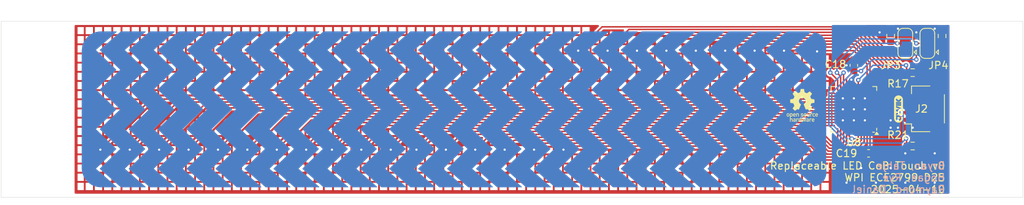
<source format=kicad_pcb>
(kicad_pcb (version 20241229) (generator "pcbnew") (generator_version "9.0")
  (title_block (title "Replaceable LED CoB Touch") (date "2025-04-10") (rev "0") (company "WPI ECE2799 D25") (comment 1 "Bryan, Tahje") (comment 2 "Hogan, Rye") (comment 3 "Raymond, Daniel"))
  (layers (0 "F.Cu" signal) (2 "B.Cu" signal) (13 "F.Paste" user) (15 "B.Paste" user) (5 "F.SilkS" user "F.Silkscreen") (7 "B.SilkS" user "B.Silkscreen") (1 "F.Mask" user) (3 "B.Mask" user) (25 "Edge.Cuts" user))
  (net 0 "")
  (net 1 "Net-(U8-(INT)P0[1])")
  (net 2 "/Capacitive_Touch_Sensor/SCL")
  (net 3 "Net-(U8-(PR{slash}SCL)P1[1])")
  (net 4 "/Capacitive_Touch_Sensor/SDA")
  (net 5 "Net-(U8-(PR{slash}SDA)P1[0])")
  (net 6 "/Capacitive_Touch_Sensor/ADDR0")
  (net 7 "/Capacitive_Touch_Sensor/ADDR1")
  (net 19 "/Capacitive_Touch_Sensor/SENSE17")
  (net 20 "/Capacitive_Touch_Sensor/SENSE18")
  (net 21 "/Capacitive_Touch_Sensor/SENSE1")
  (net 22 "/Capacitive_Touch_Sensor/SENSE22")
  (net 23 "/Capacitive_Touch_Sensor/SENSE26")
  (net 24 "/Capacitive_Touch_Sensor/SENSE10")
  (net 25 "/Capacitive_Touch_Sensor/SENSE8")
  (net 26 "/Capacitive_Touch_Sensor/SENSE14")
  (net 27 "/Capacitive_Touch_Sensor/SENSE21")
  (net 28 "/Capacitive_Touch_Sensor/SENSE23")
  (net 29 "/Capacitive_Touch_Sensor/SENSE3")
  (net 30 "/Capacitive_Touch_Sensor/SENSE20")
  (net 31 "/Capacitive_Touch_Sensor/SENSE24")
  (net 32 "/Capacitive_Touch_Sensor/SENSE15")
  (net 33 "/Capacitive_Touch_Sensor/SENSE12")
  (net 34 "/Capacitive_Touch_Sensor/SENSE13")
  (net 35 "/Capacitive_Touch_Sensor/SENSE16")
  (net 36 "/Capacitive_Touch_Sensor/SENSE7")
  (net 37 "/Capacitive_Touch_Sensor/SENSE4")
  (net 38 "/Capacitive_Touch_Sensor/SENSE9")
  (net 39 "/Capacitive_Touch_Sensor/SENSE5")
  (net 40 "/Capacitive_Touch_Sensor/SENSE19")
  (net 41 "/Capacitive_Touch_Sensor/SENSE11")
  (net 42 "/Capacitive_Touch_Sensor/SENSE6")
  (net 43 "/Capacitive_Touch_Sensor/SENSE2")
  (net 44 "/Capacitive_Touch_Sensor/SENSE25")
  (net 45 "VCC")
  (net 46 "GND1")
  (footprint "MountingHole:MountingHole_3.2mm_M3" (layer "F.Cu") (at 99 151)
    (property "Reference" "H4" (hide yes))
    (property "Value" "MountingHole")
  )
  (footprint "Package_DFN_QFN:QFN-48-1EP_6x6mm_P0.4mm_EP4.6x4.6mm" (layer "F.Cu") (at 210 143 180)
    (property "Reference" "U8")
    (property "Value" "CY8C20666A-24LQXI")
  )
  (footprint "Resistor_SMD:R_0603_1608Metric" (layer "F.Cu") (at 215 133 90)
    (property "Reference" "R22" (hide yes))
    (property "Value" "47k")
  )
  (footprint "TRILL:OpenSourceHardware_Logo" (layer "F.Cu") (at 203 143)
    (property "Reference" "G5" (hide yes))
    (property "Value" "OpenSourceHardware_Logo")
  )
  (footprint "MountingHole:MountingHole_3.2mm_M3" (layer "F.Cu") (at 228 135)
    (property "Reference" "H5" (hide yes))
    (property "Value" "MountingHole")
  )
  (footprint "TRILL:TRILL_BAR_CapSense" (layer "F.Cu") (at 156 139)
    (property "Reference" "CS1" (hide yes))
    (property "Value" "TRILL_BAR-26_CapSense")
  )
  (footprint "MountingHole:MountingHole_3.2mm_M3" (layer "F.Cu") (at 99 135)
    (property "Reference" "H3" (hide yes))
    (property "Value" "MountingHole")
  )
  (footprint "Jumper:SolderJumper-3_P1.3mm_Open_RoundedPad1.0x1.5mm" (layer "F.Cu") (at 220 134 90)
    (property "Reference" "JP4")
    (property "Value" "Jumper_3_Open")
  )
  (footprint "Resistor_SMD:R_0603_1608Metric" (layer "F.Cu") (at 218 148)
    (property "Reference" "R21")
    (property "Value" "100")
  )
  (footprint "Resistor_SMD:R_0603_1608Metric" (layer "F.Cu") (at 218 138)
    (property "Reference" "R17")
    (property "Value" "100")
  )
  (footprint "Capacitor_SMD:C_0603_1608Metric" (layer "F.Cu") (at 212 149 180)
    (property "Reference" "C19")
    (property "Value" "2.2n")
  )
  (footprint "Resistor_SMD:R_0603_1608Metric" (layer "F.Cu") (at 222 133 90)
    (property "Reference" "R24" (hide yes))
    (property "Value" "47k")
  )
  (footprint "Jumper:SolderJumper-3_P1.3mm_Open_RoundedPad1.0x1.5mm" (layer "F.Cu") (at 217 134 90)
    (property "Reference" "JP3")
    (property "Value" "Jumper_3_Open")
  )
  (footprint "MountingHole:MountingHole_3.2mm_M3" (layer "F.Cu") (at 228 151)
    (property "Reference" "H6" (hide yes))
    (property "Value" "MountingHole")
  )
  (footprint "TRILL:qwiic_horizontal_SMD" (layer "F.Cu") (at 220 143 90)
    (property "Reference" "J2")
    (property "Value" "Conn_01x04_MountingPin")
  )
  (footprint "Capacitor_SMD:C_0603_1608Metric" (layer "F.Cu") (at 210 137 -90)
    (property "Reference" "C18")
    (property "Value" "0.1u")
  )
  (gr_line (start 94 131) (end 233 131) (stroke (width 0.05)) (layer "Edge.Cuts"))
  (gr_line (start 94 131) (end 94 155) (stroke (width 0.05)) (layer "Edge.Cuts"))
  (gr_line (start 233 155) (end 233 131) (stroke (width 0.05)) (layer "Edge.Cuts"))
  (gr_line (start 94 155) (end 233 155) (stroke (width 0.05)) (layer "Edge.Cuts"))
  (gr_text "${TITLE} v${REVISION}\n${COMPANY}\n${ISSUE_DATE}" (at 222.5 154.5 0) (layer "F.SilkS") (effects (font (size 1 1)) (justify right bottom)))
  (gr_text "${COMMENT1}\n${COMMENT2}\n${COMMENT3}" (at 222.5 154.5 0) (layer "B.SilkS") (effects (font (size 1 1)) (justify left bottom mirror)))
  (segment (start 212.2 145.95) (end 212.2 148.425) (width 0.2) (layer "F.Cu") (net 1))
  (segment (start 212.2 148.425) (end 212.775 149) (width 0.2) (layer "F.Cu") (net 1))
  (segment (start 218.03 139.77) (end 218.825 138.975) (width 0.2) (layer "F.Cu") (net 2))
  (segment (start 218.825 138.975) (end 218.825 138) (width 0.2) (layer "F.Cu") (net 2))
  (segment (start 217.63 141.43) (end 218.03 141.03) (width 0.2) (layer "F.Cu") (net 2))
  (segment (start 218.03 141.03) (end 218.03 139.77) (width 0.2) (layer "F.Cu") (net 2))
  (segment (start 217.175 137.075) (end 217.1 137) (width 0.2) (layer "F.Cu") (net 3))
  (segment (start 217.175 138) (end 217.175 137.075) (width 0.2) (layer "F.Cu") (net 3))
  (segment (start 210.6 140.05) (end 210.6 139) (width 0.2) (layer "F.Cu") (net 3))
  (via (at 210.6 139) (size 0.6) (drill 0.3) (layers "F.Cu" "B.Cu") (net 3))
  (via (at 217.1 137) (size 0.6) (drill 0.3) (layers "F.Cu" "B.Cu") (net 3))
  (segment (start 212.6 137) (end 210.6 139) (width 0.2) (layer "B.Cu") (net 3))
  (segment (start 217.1 137) (end 212.6 137) (width 0.2) (layer "B.Cu") (net 3))
  (segment (start 218.804999 142.43) (end 217.63 142.43) (width 0.2) (layer "F.Cu") (net 4))
  (segment (start 218.825 148) (end 218.825 145.275) (width 0.2) (layer "F.Cu") (net 4))
  (segment (start 219.106 144.994) (end 219.106 142.731001) (width 0.2) (layer "F.Cu") (net 4))
  (segment (start 219.106 142.731001) (end 218.804999 142.43) (width 0.2) (layer "F.Cu") (net 4))
  (segment (start 218.825 145.275) (end 219.106 144.994) (width 0.2) (layer "F.Cu") (net 4))
  (segment (start 217.175 148) (end 217.175 147.075) (width 0.2) (layer "F.Cu") (net 5))
  (segment (start 208.6 140.05) (end 208.6 138) (width 0.2) (layer "F.Cu") (net 5))
  (segment (start 217.175 147.075) (end 217.1 147) (width 0.2) (layer "F.Cu") (net 5))
  (via (at 208.6 138) (size 0.6) (drill 0.3) (layers "F.Cu" "B.Cu") (net 5))
  (via (at 217.1 147) (size 0.6) (drill 0.3) (layers "F.Cu" "B.Cu") (net 5))
  (segment (start 209.0339 147.601) (end 206.6 145.1671) (width 0.2) (layer "B.Cu") (net 5))
  (segment (start 206.6 140) (end 208.6 138) (width 0.2) (layer "B.Cu") (net 5))
  (segment (start 217.1 147) (end 216.499 147.601) (width 0.2) (layer "B.Cu") (net 5))
  (segment (start 206.6 145.1671) (end 206.6 140) (width 0.2) (layer "B.Cu") (net 5))
  (segment (start 216.499 147.601) (end 209.0339 147.601) (width 0.2) (layer "B.Cu") (net 5))
  (segment (start 215 133.825) (end 215.725 133.825) (width 0.2) (layer "F.Cu") (net 6))
  (segment (start 208.2 140.05) (end 208.2 138.5) (width 0.2) (layer "F.Cu") (net 6))
  (segment (start 215.725 133.825) (end 215.9 134) (width 0.2) (layer "F.Cu") (net 6))
  (segment (start 215.9 134) (end 217 134) (width 0.2) (layer "F.Cu") (net 6))
  (segment (start 208.2 138.5) (end 207.7 138) (width 0.2) (layer "F.Cu") (net 6))
  (via (at 215.9 134) (size 0.6) (drill 0.3) (layers "F.Cu" "B.Cu") (net 6))
  (via (at 207.7 138) (size 0.6) (drill 0.3) (layers "F.Cu" "B.Cu") (net 6))
  (segment (start 207.7 138) (end 207.7 137.450057) (width 0.2) (layer "B.Cu") (net 6))
  (segment (start 211.150057 134) (end 215.9 134) (width 0.2) (layer "B.Cu") (net 6))
  (segment (start 207.7 137.450057) (end 211.150057 134) (width 0.2) (layer "B.Cu") (net 6))
  (segment (start 207.8 140.05) (end 207.8 139) (width 0.2) (layer "F.Cu") (net 7))
  (segment (start 207.8 139) (end 206.8 138) (width 0.2) (layer "F.Cu") (net 7))
  (segment (start 221.2 134) (end 220 134) (width 0.2) (layer "F.Cu") (net 7))
  (segment (start 221.375 133.825) (end 221.2 134) (width 0.2) (layer "F.Cu") (net 7))
  (segment (start 222 133.825) (end 221.375 133.825) (width 0.2) (layer "F.Cu") (net 7))
  (segment (start 218.5 134) (end 220 134) (width 0.2) (layer "F.Cu") (net 7))
  (via (at 206.8 138) (size 0.6) (drill 0.3) (layers "F.Cu" "B.Cu") (net 7))
  (via (at 218.5 134) (size 0.6) (drill 0.3) (layers "F.Cu" "B.Cu") (net 7))
  (segment (start 206.8 138) (end 206.8 137.501529) (width 0.2) (layer "B.Cu") (net 7))
  (segment (start 206.8 137.501529) (end 210.900764 133.400764) (width 0.2) (layer "B.Cu") (net 7))
  (segment (start 210.900764 133.400764) (end 210.902529 133.399) (width 0.2) (layer "B.Cu") (net 7))
  (segment (start 210.900764 133.400764) (end 210.902528 133.399) (width 0.2) (layer "B.Cu") (net 7))
  (segment (start 210.902528 133.399) (end 217.899 133.399) (width 0.2) (layer "B.Cu") (net 7))
  (segment (start 217.899 133.399) (end 218.5 134) (width 0.2) (layer "B.Cu") (net 7))
  (segment (start 206.0034 149.906) (end 208.894 149.906) (width 0.2) (layer "F.Cu") (net 19))
  (segment (start 211.4 147.4) (end 211.4 145.95) (width 0.2) (layer "F.Cu") (net 19))
  (segment (start 170.987 148.013) (end 204.1104 148.013) (width 0.2) (layer "F.Cu") (net 19))
  (segment (start 208.894 149.906) (end 211.4 147.4) (width 0.2) (layer "F.Cu") (net 19))
  (segment (start 204.1104 148.013) (end 206.0034 149.906) (width 0.2) (layer "F.Cu") (net 19))
  (segment (start 170.5 148.5) (end 170.987 148.013) (width 0.2) (layer "F.Cu") (net 19))
  (via (at 170.5 148.5) (size 0.6) (drill 0.3) (layers "F.Cu" "B.Cu") (net 19))
  (segment (start 169.5456 147.5456) (end 170.5 148.5) (width 0.2) (layer "B.Cu") (net 19))
  (segment (start 169.5456 138.94) (end 169.5456 147.5456) (width 0.2) (layer "B.Cu") (net 19))
  (segment (start 175.7534 131.7466) (end 211.2834 131.7466) (width 0.2) (layer "F.Cu") (net 20))
  (segment (start 214.7026 143.2) (end 212.95 143.2) (width 0.2) (layer "F.Cu") (net 20))
  (segment (start 172.5 135) (end 175.7534 131.7466) (width 0.2) (layer "F.Cu") (net 20))
  (segment (start 211.2834 131.7466) (end 216.406 136.8692) (width 0.2) (layer "F.Cu") (net 20))
  (segment (start 216.406 141.4966) (end 214.7026 143.2) (width 0.2) (layer "F.Cu") (net 20))
  (segment (start 216.406 136.8692) (end 216.406 141.4966) (width 0.2) (layer "F.Cu") (net 20))
  (via (at 172.5 135) (size 0.6) (drill 0.3) (layers "F.Cu" "B.Cu") (net 20))
  (segment (start 173.4672 135.9672) (end 172.5 135) (width 0.2) (layer "B.Cu") (net 20))
  (segment (start 173.4672 138.94) (end 173.4672 135.9672) (width 0.2) (layer "B.Cu") (net 20))
  (segment (start 107.5 148.5) (end 114.4 141.6) (width 0.2) (layer "F.Cu") (net 21))
  (segment (start 114.4 141.6) (end 207.05 141.6) (width 0.2) (layer "F.Cu") (net 21))
  (via (at 107.5 148.5) (size 0.6) (drill 0.3) (layers "F.Cu" "B.Cu") (net 21))
  (segment (start 106.8 138.94) (end 106.8 147.8) (width 0.2) (layer "B.Cu") (net 21))
  (segment (start 106.8 147.8) (end 107.5 148.5) (width 0.2) (layer "B.Cu") (net 21))
  (segment (start 210.5684 133.3) (end 190.2 133.3) (width 0.2) (layer "F.Cu") (net 22))
  (segment (start 212.95 141.6) (end 214.0342 141.6) (width 0.2) (layer "F.Cu") (net 22))
  (segment (start 190.2 133.3) (end 188.5 135) (width 0.2) (layer "F.Cu") (net 22))
  (segment (start 214.802 137.5336) (end 210.5684 133.3) (width 0.2) (layer "F.Cu") (net 22))
  (segment (start 214.802 140.8322) (end 214.802 137.5336) (width 0.2) (layer "F.Cu") (net 22))
  (segment (start 214.0342 141.6) (end 214.802 140.8322) (width 0.2) (layer "F.Cu") (net 22))
  (via (at 188.5 135) (size 0.6) (drill 0.3) (layers "F.Cu" "B.Cu") (net 22))
  (segment (start 189.1536 135.6536) (end 188.5 135) (width 0.2) (layer "B.Cu") (net 22))
  (segment (start 189.1536 138.94) (end 189.1536 135.6536) (width 0.2) (layer "B.Cu") (net 22))
  (segment (start 211.799 136.799) (end 211.799 138.701) (width 0.2) (layer "F.Cu") (net 23))
  (segment (start 211 139.5) (end 211 140.05) (width 0.2) (layer "F.Cu") (net 23))
  (segment (start 205.1 135) (end 210 135) (width 0.2) (layer "F.Cu") (net 23))
  (segment (start 205 135.1) (end 205.1 135) (width 0.2) (layer "F.Cu") (net 23))
  (segment (start 210 135) (end 211.799 136.799) (width 0.2) (layer "F.Cu") (net 23))
  (segment (start 211.799 138.701) (end 211 139.5) (width 0.2) (layer "F.Cu") (net 23))
  (via (at 205 135.1) (size 0.6) (drill 0.3) (layers "F.Cu" "B.Cu") (net 23))
  (segment (start 143 148.5) (end 146.294 145.206) (width 0.2) (layer "F.Cu") (net 24))
  (segment (start 207.044 145.206) (end 207.05 145.2) (width 0.2) (layer "F.Cu") (net 24))
  (segment (start 146.294 145.206) (end 207.044 145.206) (width 0.2) (layer "F.Cu") (net 24))
  (via (at 143 148.5) (size 0.6) (drill 0.3) (layers "F.Cu" "B.Cu") (net 24))
  (segment (start 142.0944 147.5944) (end 143 148.5) (width 0.2) (layer "B.Cu") (net 24))
  (segment (start 142.0944 138.94) (end 142.0944 147.5944) (width 0.2) (layer "B.Cu") (net 24))
  (segment (start 206.548226 144.404) (end 139.096 144.404) (width 0.2) (layer "F.Cu") (net 25))
  (segment (start 135.5 148) (end 135.5 148.5) (width 0.2) (layer "F.Cu") (net 25))
  (segment (start 207.05 144.4) (end 206.552226 144.4) (width 0.2) (layer "F.Cu") (net 25))
  (segment (start 139.096 144.404) (end 135.5 148) (width 0.2) (layer "F.Cu") (net 25))
  (segment (start 206.552226 144.4) (end 206.548226 144.404) (width 0.2) (layer "F.Cu") (net 25))
  (via (at 135.5 148.5) (size 0.6) (drill 0.3) (layers "F.Cu" "B.Cu") (net 25))
  (segment (start 134.2512 147.2512) (end 135.5 148.5) (width 0.2) (layer "B.Cu") (net 25))
  (segment (start 134.2512 138.94) (end 134.2512 147.2512) (width 0.2) (layer "B.Cu") (net 25))
  (segment (start 209 147.7013) (end 209 145.95) (width 0.2) (layer "F.Cu") (net 26))
  (segment (start 206.5017 148.703) (end 207.9983 148.703) (width 0.2) (layer "F.Cu") (net 26))
  (segment (start 204.6087 146.81) (end 206.5017 148.703) (width 0.2) (layer "F.Cu") (net 26))
  (segment (start 207.9983 148.703) (end 209 147.7013) (width 0.2) (layer "F.Cu") (net 26))
  (segment (start 160.19 146.81) (end 204.6087 146.81) (width 0.2) (layer "F.Cu") (net 26))
  (segment (start 158.5 148.5) (end 160.19 146.81) (width 0.2) (layer "F.Cu") (net 26))
  (via (at 158.5 148.5) (size 0.6) (drill 0.3) (layers "F.Cu" "B.Cu") (net 26))
  (segment (start 157.7808 138.94) (end 157.7808 147.7808) (width 0.2) (layer "B.Cu") (net 26))
  (segment (start 157.7808 147.7808) (end 158.5 148.5) (width 0.2) (layer "B.Cu") (net 26))
  (segment (start 215.203 140.9983) (end 214.2013 142) (width 0.2) (layer "F.Cu") (net 27))
  (segment (start 214.2013 142) (end 212.95 142) (width 0.2) (layer "F.Cu") (net 27))
  (segment (start 210.7355 132.9) (end 215.203 137.3675) (width 0.2) (layer "F.Cu") (net 27))
  (segment (start 215.203 137.3675) (end 215.203 140.9983) (width 0.2) (layer "F.Cu") (net 27))
  (segment (start 184.5 135) (end 186.6 132.9) (width 0.2) (layer "F.Cu") (net 27))
  (segment (start 186.6 132.9) (end 210.7355 132.9) (width 0.2) (layer "F.Cu") (net 27))
  (via (at 184.5 135) (size 0.6) (drill 0.3) (layers "F.Cu" "B.Cu") (net 27))
  (segment (start 185.232 138.94) (end 185.232 135.732) (width 0.2) (layer "B.Cu") (net 27))
  (segment (start 185.232 135.732) (end 184.5 135) (width 0.2) (layer "B.Cu") (net 27))
  (segment (start 213.8671 141.2) (end 214.401 140.6661) (width 0.2) (layer "F.Cu") (net 28))
  (segment (start 212.95 141.2) (end 213.8671 141.2) (width 0.2) (layer "F.Cu") (net 28))
  (segment (start 210.4013 133.7) (end 193.8 133.7) (width 0.2) (layer "F.Cu") (net 28))
  (segment (start 214.401 140.6661) (end 214.401 137.6997) (width 0.2) (layer "F.Cu") (net 28))
  (segment (start 214.401 137.6997) (end 210.4013 133.7) (width 0.2) (layer "F.Cu") (net 28))
  (segment (start 193.8 133.7) (end 192.5 135) (width 0.2) (layer "F.Cu") (net 28))
  (via (at 192.5 135) (size 0.6) (drill 0.3) (layers "F.Cu" "B.Cu") (net 28))
  (segment (start 193.0752 135.5752) (end 192.5 135) (width 0.2) (layer "B.Cu") (net 28))
  (segment (start 193.0752 138.94) (end 193.0752 135.5752) (width 0.2) (layer "B.Cu") (net 28))
  (segment (start 115.5 148.5) (end 121.6 142.4) (width 0.2) (layer "F.Cu") (net 29))
  (segment (start 121.6 142.4) (end 207.05 142.4) (width 0.2) (layer "F.Cu") (net 29))
  (via (at 115.5 148.5) (size 0.6) (drill 0.3) (layers "F.Cu" "B.Cu") (net 29))
  (segment (start 114.6432 147.6432) (end 115.5 148.5) (width 0.2) (layer "B.Cu") (net 29))
  (segment (start 114.6432 138.94) (end 114.6432 147.6432) (width 0.2) (layer "B.Cu") (net 29))
  (segment (start 214.3684 142.4) (end 215.604 141.1644) (width 0.2) (layer "F.Cu") (net 30))
  (segment (start 215.604 137.2014) (end 210.9026 132.5) (width 0.2) (layer "F.Cu") (net 30))
  (segment (start 212.95 142.4) (end 214.3684 142.4) (width 0.2) (layer "F.Cu") (net 30))
  (segment (start 183 132.5) (end 180.5 135) (width 0.2) (layer "F.Cu") (net 30))
  (segment (start 215.604 141.1644) (end 215.604 137.2014) (width 0.2) (layer "F.Cu") (net 30))
  (segment (start 210.9026 132.5) (end 183 132.5) (width 0.2) (layer "F.Cu") (net 30))
  (via (at 180.5 135) (size 0.6) (drill 0.3) (layers "F.Cu" "B.Cu") (net 30))
  (segment (start 181.3104 138.94) (end 181.3104 135.8104) (width 0.2) (layer "B.Cu") (net 30))
  (segment (start 181.3104 135.8104) (end 180.5 135) (width 0.2) (layer "B.Cu") (net 30))
  (segment (start 214 137.8658) (end 210.2342 134.1) (width 0.2) (layer "F.Cu") (net 31))
  (segment (start 214 140.5) (end 214 137.8658) (width 0.2) (layer "F.Cu") (net 31))
  (segment (start 213.7 140.8) (end 214 140.5) (width 0.2) (layer "F.Cu") (net 31))
  (segment (start 212.95 140.8) (end 213.7 140.8) (width 0.2) (layer "F.Cu") (net 31))
  (segment (start 210.2342 134.1) (end 197.4 134.1) (width 0.2) (layer "F.Cu") (net 31))
  (segment (start 197.4 134.1) (end 196.5 135) (width 0.2) (layer "F.Cu") (net 31))
  (via (at 196.5 135) (size 0.6) (drill 0.3) (layers "F.Cu" "B.Cu") (net 31))
  (segment (start 196.9968 138.94) (end 196.9968 135.4968) (width 0.2) (layer "B.Cu") (net 31))
  (segment (start 196.9968 135.4968) (end 196.5 135) (width 0.2) (layer "B.Cu") (net 31))
  (segment (start 210.6 147) (end 210.6 145.95) (width 0.2) (layer "F.Cu") (net 32))
  (segment (start 162.5 148.5) (end 163.789 147.211) (width 0.2) (layer "F.Cu") (net 32))
  (segment (start 204.4426 147.211) (end 206.3356 149.104) (width 0.2) (layer "F.Cu") (net 32))
  (segment (start 163.789 147.211) (end 204.4426 147.211) (width 0.2) (layer "F.Cu") (net 32))
  (segment (start 208.496 149.104) (end 210.6 147) (width 0.2) (layer "F.Cu") (net 32))
  (segment (start 206.3356 149.104) (end 208.496 149.104) (width 0.2) (layer "F.Cu") (net 32))
  (via (at 162.5 148.5) (size 0.6) (drill 0.3) (layers "F.Cu" "B.Cu") (net 32))
  (segment (start 161.7024 147.7024) (end 162.5 148.5) (width 0.2) (layer "B.Cu") (net 32))
  (segment (start 161.7024 138.94) (end 161.7024 147.7024) (width 0.2) (layer "B.Cu") (net 32))
  (segment (start 207.6661 147.901) (end 208.2 147.3671) (width 0.2) (layer "F.Cu") (net 33))
  (segment (start 206.8339 147.901) (end 207.6661 147.901) (width 0.2) (layer "F.Cu") (net 33))
  (segment (start 150.5 148.5) (end 152.992 146.008) (width 0.2) (layer "F.Cu") (net 33))
  (segment (start 208.2 147.3671) (end 208.2 145.95) (width 0.2) (layer "F.Cu") (net 33))
  (segment (start 204.9409 146.008) (end 206.8339 147.901) (width 0.2) (layer "F.Cu") (net 33))
  (segment (start 152.992 146.008) (end 204.9409 146.008) (width 0.2) (layer "F.Cu") (net 33))
  (via (at 150.5 148.5) (size 0.6) (drill 0.3) (layers "F.Cu" "B.Cu") (net 33))
  (segment (start 149.9376 138.94) (end 149.9376 147.9376) (width 0.2) (layer "B.Cu") (net 33))
  (segment (start 149.9376 147.9376) (end 150.5 148.5) (width 0.2) (layer "B.Cu") (net 33))
  (segment (start 207.8322 148.302) (end 208.6 147.5342) (width 0.2) (layer "F.Cu") (net 34))
  (segment (start 204.7748 146.409) (end 206.6678 148.302) (width 0.2) (layer "F.Cu") (net 34))
  (segment (start 206.6678 148.302) (end 207.8322 148.302) (width 0.2) (layer "F.Cu") (net 34))
  (segment (start 154.5 148.5) (end 156.591 146.409) (width 0.2) (layer "F.Cu") (net 34))
  (segment (start 156.591 146.409) (end 204.7748 146.409) (width 0.2) (layer "F.Cu") (net 34))
  (segment (start 208.6 147.5342) (end 208.6 145.95) (width 0.2) (layer "F.Cu") (net 34))
  (via (at 154.5 148.5) (size 0.6) (drill 0.3) (layers "F.Cu" "B.Cu") (net 34))
  (segment (start 153.8592 138.94) (end 153.8592 147.8592) (width 0.2) (layer "B.Cu") (net 34))
  (segment (start 153.8592 147.8592) (end 154.5 148.5) (width 0.2) (layer "B.Cu") (net 34))
  (segment (start 208.695 149.505) (end 211 147.2) (width 0.2) (layer "F.Cu") (net 35))
  (segment (start 211 147.2) (end 211 145.95) (width 0.2) (layer "F.Cu") (net 35))
  (segment (start 204.2765 147.612) (end 206.1695 149.505) (width 0.2) (layer "F.Cu") (net 35))
  (segment (start 166.5 148.5) (end 167.388 147.612) (width 0.2) (layer "F.Cu") (net 35))
  (segment (start 206.1695 149.505) (end 208.695 149.505) (width 0.2) (layer "F.Cu") (net 35))
  (segment (start 167.388 147.612) (end 204.2765 147.612) (width 0.2) (layer "F.Cu") (net 35))
  (via (at 166.5 148.5) (size 0.6) (drill 0.3) (layers "F.Cu" "B.Cu") (net 35))
  (segment (start 165.624 138.94) (end 165.624 147.624) (width 0.2) (layer "B.Cu") (net 35))
  (segment (start 165.624 147.624) (end 166.5 148.5) (width 0.2) (layer "B.Cu") (net 35))
  (segment (start 206.2641 144.003) (end 206.2671 144) (width 0.2) (layer "F.Cu") (net 36))
  (segment (start 206.2671 144) (end 207.05 144) (width 0.2) (layer "F.Cu") (net 36))
  (segment (start 135.997 144.003) (end 206.2641 144.003) (width 0.2) (layer "F.Cu") (net 36))
  (segment (start 131.5 148.5) (end 135.997 144.003) (width 0.2) (layer "F.Cu") (net 36))
  (via (at 131.5 148.5) (size 0.6) (drill 0.3) (layers "F.Cu" "B.Cu") (net 36))
  (segment (start 130.3296 138.94) (end 130.3296 147.3296) (width 0.2) (layer "B.Cu") (net 36))
  (segment (start 130.3296 147.3296) (end 131.5 148.5) (width 0.2) (layer "B.Cu") (net 36))
  (segment (start 119.5 148.5) (end 125.199 142.801) (width 0.2) (layer "F.Cu") (net 37))
  (segment (start 202.501 142.8) (end 207.05 142.8) (width 0.2) (layer "F.Cu") (net 37))
  (segment (start 202.5 142.801) (end 202.501 142.8) (width 0.2) (layer "F.Cu") (net 37))
  (segment (start 125.199 142.801) (end 202.5 142.801) (width 0.2) (layer "F.Cu") (net 37))
  (via (at 119.5 148.5) (size 0.6) (drill 0.3) (layers "F.Cu" "B.Cu") (net 37))
  (segment (start 118.5648 147.5648) (end 119.5 148.5) (width 0.2) (layer "B.Cu") (net 37))
  (segment (start 118.5648 138.94) (end 118.5648 147.5648) (width 0.2) (layer "B.Cu") (net 37))
  (segment (start 139 148.5) (end 142.695 144.805) (width 0.2) (layer "F.Cu") (net 38))
  (segment (start 206 144.805) (end 206.005 144.8) (width 0.2) (layer "F.Cu") (net 38))
  (segment (start 206.005 144.8) (end 207.05 144.8) (width 0.2) (layer "F.Cu") (net 38))
  (segment (start 142.695 144.805) (end 206 144.805) (width 0.2) (layer "F.Cu") (net 38))
  (via (at 139 148.5) (size 0.6) (drill 0.3) (layers "F.Cu" "B.Cu") (net 38))
  (segment (start 138.1728 147.6728) (end 139 148.5) (width 0.2) (layer "B.Cu") (net 38))
  (segment (start 138.1728 138.94) (end 138.1728 147.6728) (width 0.2) (layer "B.Cu") (net 38))
  (segment (start 130.202 143.202) (end 130.203 143.201) (width 0.2) (layer "F.Cu") (net 39))
  (segment (start 123.5 148.5) (end 128.798 143.202) (width 0.2) (layer "F.Cu") (net 39))
  (segment (start 205.5 143.201) (end 205.501 143.2) (width 0.2) (layer "F.Cu") (net 39))
  (segment (start 130.203 143.201) (end 205.5 143.201) (width 0.2) (layer "F.Cu") (net 39))
  (segment (start 205.501 143.2) (end 207.05 143.2) (width 0.2) (layer "F.Cu") (net 39))
  (segment (start 128.798 143.202) (end 130.202 143.202) (width 0.2) (layer "F.Cu") (net 39))
  (via (at 123.5 148.5) (size 0.6) (drill 0.3) (layers "F.Cu" "B.Cu") (net 39))
  (segment (start 122.4864 138.94) (end 122.4864 147.4864) (width 0.2) (layer "B.Cu") (net 39))
  (segment (start 122.4864 147.4864) (end 123.5 148.5) (width 0.2) (layer "B.Cu") (net 39))
  (segment (start 211.0697 132.1) (end 216.005 137.0353) (width 0.2) (layer "F.Cu") (net 40))
  (segment (start 216.005 137.0353) (end 216.005 141.3305) (width 0.2) (layer "F.Cu") (net 40))
  (segment (start 214.5355 142.8) (end 212.95 142.8) (width 0.2) (layer "F.Cu") (net 40))
  (segment (start 216.005 141.3305) (end 214.5355 142.8) (width 0.2) (layer "F.Cu") (net 40))
  (segment (start 179.4 132.1) (end 211.0697 132.1) (width 0.2) (layer "F.Cu") (net 40))
  (segment (start 176.5 135) (end 179.4 132.1) (width 0.2) (layer "F.Cu") (net 40))
  (via (at 176.5 135) (size 0.6) (drill 0.3) (layers "F.Cu" "B.Cu") (net 40))
  (segment (start 177.3888 138.94) (end 177.3888 135.8888) (width 0.2) (layer "B.Cu") (net 40))
  (segment (start 177.3888 135.8888) (end 176.5 135) (width 0.2) (layer "B.Cu") (net 40))
  (segment (start 207.5 147.5) (end 207.8 147.2) (width 0.2) (layer "F.Cu") (net 41))
  (segment (start 207.8 147.2) (end 207.8 145.95) (width 0.2) (layer "F.Cu") (net 41))
  (segment (start 205.107 145.607) (end 207 147.5) (width 0.2) (layer "F.Cu") (net 41))
  (segment (start 147 148.5) (end 149.893 145.607) (width 0.2) (layer "F.Cu") (net 41))
  (segment (start 149.893 145.607) (end 205.107 145.607) (width 0.2) (layer "F.Cu") (net 41))
  (segment (start 207 147.5) (end 207.5 147.5) (width 0.2) (layer "F.Cu") (net 41))
  (via (at 147 148.5) (size 0.6) (drill 0.3) (layers "F.Cu" "B.Cu") (net 41))
  (segment (start 146.016 138.94) (end 146.016 147.516) (width 0.2) (layer "B.Cu") (net 41))
  (segment (start 146.016 147.516) (end 147 148.5) (width 0.2) (layer "B.Cu") (net 41))
  (segment (start 207.05 143.6) (end 132.4 143.6) (width 0.2) (layer "F.Cu") (net 42))
  (segment (start 132.4 143.6) (end 127.5 148.5) (width 0.2) (layer "F.Cu") (net 42))
  (via (at 127.5 148.5) (size 0.6) (drill 0.3) (layers "F.Cu" "B.Cu") (net 42))
  (segment (start 126.408 138.94) (end 126.408 147.408) (width 0.2) (layer "B.Cu") (net 42))
  (segment (start 126.408 147.408) (end 127.5 148.5) (width 0.2) (layer "B.Cu") (net 42))
  (segment (start 111.5 148.5) (end 118 142) (width 0.2) (layer "F.Cu") (net 43))
  (segment (start 118 142) (end 207.05 142) (width 0.2) (layer "F.Cu") (net 43))
  (via (at 111.5 148.5) (size 0.6) (drill 0.3) (layers "F.Cu" "B.Cu") (net 43))
  (segment (start 110.7216 147.7216) (end 111.5 148.5) (width 0.2) (layer "B.Cu") (net 43))
  (segment (start 110.7216 138.94) (end 110.7216 147.7216) (width 0.2) (layer "B.Cu") (net 43))
  (segment (start 201 134.5) (end 200.5 135) (width 0.2) (layer "F.Cu") (net 44))
  (segment (start 212.2 136.6329) (end 210.0671 134.5) (width 0.2) (layer "F.Cu") (net 44))
  (segment (start 212.2 140.05) (end 212.2 136.6329) (width 0.2) (layer "F.Cu") (net 44))
  (segment (start 210.0671 134.5) (end 201 134.5) (width 0.2) (layer "F.Cu") (net 44))
  (via (at 200.5 135) (size 0.6) (drill 0.3) (layers "F.Cu" "B.Cu") (net 44))
  (segment (start 209.4 145.95) (end 209.4 146.7) (width 0.2) (layer "F.Cu") (net 45))
  (segment (start 218.5 136.2) (end 218.5 135.3) (width 0.2) (layer "F.Cu") (net 45))
  (segment (start 210.975735 137.775735) (end 209.999265 137.775735) (width 0.2) (layer "F.Cu") (net 45))
  (segment (start 209.999265 137.775735) (end 209 138.775) (width 0.2) (layer "F.Cu") (net 45))
  (segment (start 216.5 143.4) (end 217.6 143.4) (width 0.2) (layer "F.Cu") (net 45))
  (segment (start 209.4 146.7) (end 209.7 147) (width 0.2) (layer "F.Cu") (net 45))
  (segment (start 220 135.3) (end 218.5 135.3) (width 0.2) (layer "F.Cu") (net 45))
  (segment (start 209 138.775) (end 209 140.05) (width 0.2) (layer "F.Cu") (net 45))
  (segment (start 218.5 135.3) (end 217 135.3) (width 0.2) (layer "F.Cu") (net 45))
  (segment (start 217.6 143.4) (end 217.63 143.43) (width 0.2) (layer "F.Cu") (net 45))
  (via (at 209.7 147) (size 0.6) (drill 0.3) (layers "F.Cu" "B.Cu") (net 45))
  (via (at 218.5 136.2) (size 0.6) (drill 0.3) (layers "F.Cu" "B.Cu") (net 45))
  (via (at 216.5 143.4) (size 0.6) (drill 0.3) (layers "F.Cu" "B.Cu") (net 45))
  (via (at 210.975735 137.775735) (size 0.6) (drill 0.3) (layers "F.Cu" "B.Cu") (net 45))
  (segment (start 209.999265 137.775735) (end 207 140.775) (width 0.2) (layer "B.Cu") (net 45))
  (segment (start 210.975735 137.775735) (end 212.55147 136.2) (width 0.2) (layer "B.Cu") (net 45))
  (segment (start 216.5 143.4) (end 216.7 143.6) (width 0.2) (layer "B.Cu") (net 45))
  (segment (start 210.975735 137.775735) (end 209.999265 137.775735) (width 0.2) (layer "B.Cu") (net 45))
  (segment (start 216.7 146.4) (end 216.1 147) (width 0.2) (layer "B.Cu") (net 45))
  (segment (start 209 147) (end 209.7 147) (width 0.2) (layer "B.Cu") (net 45))
  (segment (start 212.55147 136.2) (end 218.5 136.2) (width 0.2) (layer "B.Cu") (net 45))
  (segment (start 207 140.775) (end 207 145) (width 0.2) (layer "B.Cu") (net 45))
  (segment (start 216.7 143.6) (end 216.7 146.4) (width 0.2) (layer "B.Cu") (net 45))
  (segment (start 216.1 147) (end 209.7 147) (width 0.2) (layer "B.Cu") (net 45))
  (segment (start 207 145) (end 209 147) (width 0.2) (layer "B.Cu") (net 45))
  (segment (start 210 136.225) (end 209.775 136.225) (width 0.2) (layer "F.Cu") (net 46))
  (segment (start 210.2 139.5) (end 209.661765 138.961765) (width 0.2) (layer "F.Cu") (net 46))
  (segment (start 210.2 142.8) (end 210 143) (width 0.2) (layer "F.Cu") (net 46))
  (segment (start 211.8 145.95) (end 211.8 148.425) (width 0.2) (layer "F.Cu") (net 46))
  (segment (start 210.2 140.05) (end 210.2 139.5) (width 0.2) (layer "F.Cu") (net 46))
  (segment (start 209.775 136.225) (end 209 137) (width 0.2) (layer "F.Cu") (net 46))
  (segment (start 211.8 148.425) (end 211.225 149) (width 0.2) (layer "F.Cu") (net 46))
  (segment (start 211.8 144.8) (end 210 143) (width 0.2) (layer "F.Cu") (net 46))
  (via (at 216 145.5) (size 0.6) (drill 0.3) (layers "F.Cu" "B.Cu") (net 46))
  (via (at 218.5 132.5) (size 0.6) (drill 0.3) (layers "F.Cu" "B.Cu") (net 46))
  (via (at 211.5 144.5) (size 0.6) (drill 0.3) (layers "F.Cu" "B.Cu") (net 46))
  (via (at 217 149) (size 0.6) (drill 0.3) (layers "F.Cu" "B.Cu") (net 46))
  (via (at 208.5 141.5) (size 0.6) (drill 0.3) (layers "F.Cu" "B.Cu") (net 46))
  (via (at 208.5 144.5) (size 0.6) (drill 0.3) (layers "F.Cu" "B.Cu") (net 46))
  (via (at 219 151) (size 0.6) (drill 0.3) (layers "F.Cu" "B.Cu") (net 46))
  (via (at 208.5 143) (size 0.6) (drill 0.3) (layers "F.Cu" "B.Cu") (net 46))
  (via (at 221 132) (size 0.6) (drill 0.3) (layers "F.Cu" "B.Cu") (net 46))
  (via (at 209.661765 138.961765) (size 0.6) (drill 0.3) (layers "F.Cu" "B.Cu") (net 46))
  (via (at 215 144.5) (size 0.6) (drill 0.3) (layers "F.Cu" "B.Cu") (net 46))
  (via (at 211 151) (size 0.6) (drill 0.3) (layers "F.Cu" "B.Cu") (net 46))
  (via (at 211.5 141.5) (size 0.6) (drill 0.3) (layers "F.Cu" "B.Cu") (net 46))
  (via (at 209 137) (size 0.6) (drill 0.3) (layers "F.Cu" "B.Cu") (net 46))
  (via (at 211.5 143) (size 0.6) (drill 0.3) (layers "F.Cu" "B.Cu") (net 46))
  (via (at 216 132) (size 0.6) (drill 0.3) (layers "F.Cu" "B.Cu") (net 46))
  (via (at 215 145.5) (size 0.6) (drill 0.3) (layers "F.Cu" "B.Cu") (net 46))
  (via (at 210 141.5) (size 0.6) (drill 0.3) (layers "F.Cu" "B.Cu") (net 46))
  (via (at 216 144.5) (size 0.6) (drill 0.3) (layers "F.Cu" "B.Cu") (net 46))
  (via (at 218 145.5) (size 0.6) (drill 0.3) (layers "F.Cu" "B.Cu") (net 46))
  (via (at 213.5 132.5) (size 0.6) (drill 0.3) (layers "F.Cu" "B.Cu") (net 46))
  (via (at 221 149) (size 0.6) (drill 0.3) (layers "F.Cu" "B.Cu") (net 46))
  (via (at 213 153) (size 0.6) (drill 0.3) (layers "F.Cu" "B.Cu") (net 46))
  (via (at 209 153) (size 0.6) (drill 0.3) (layers "F.Cu" "B.Cu") (net 46))
  (via (at 215 151) (size 0.6) (drill 0.3) (layers "F.Cu" "B.Cu") (net 46))
  (via (at 210 144.5) (size 0.6) (drill 0.3) (layers "F.Cu" "B.Cu") (net 46))
  (via (at 221 153) (size 0.6) (drill 0.3) (layers "F.Cu" "B.Cu") (net 46))
  (via (at 217 153) (size 0.6) (drill 0.3) (layers "F.Cu" "B.Cu") (net 46))
  (via (at 210 143) (size 0.6) (drill 0.3) (layers "F.Cu" "B.Cu") (net 46))
  (zone (net 46) (net_name "GND1") (layer "F.Cu") (priority 13) (connect_pads (clearance 0.25)) (min_thickness 0.25) (fill yes (mode hatch) (thermal_gap 0.2) (thermal_bridge_width 0.5) (hatch_thickness 0.25) (hatch_gap 1) (hatch_orientation 0) (hatch_border_algorithm hatch_thickness) (hatch_min_hole_area 0.3))
    (polygon (pts (xy 207 131) (xy 207 155) (xy 104 155) (xy 104 131)))
  )
  (zone (net 46) (net_name "GND1") (layers "F.Cu" "B.Cu") (priority 12) (connect_pads (clearance 0.25)) (min_thickness 0.25) (fill yes (thermal_gap 0.2) (thermal_bridge_width 0.5))
    (polygon (pts (xy 207 131) (xy 207 155) (xy 223 155) (xy 223 131)))
  )
  (zone (net 42) (net_name "/Capacitive_Touch_Sensor/SENSE6") (layer "B.Cu") (priority 6) (connect_pads (clearance 0.000001)) (min_thickness 0.0889) (fill yes (thermal_gap 0.2278) (thermal_bridge_width 0.2278))
    (polygon (pts (xy 126.587347 134.906983) (xy 129.378 137.6025) (xy 126.584 140.30125) (xy 129.378 143) (xy 126.584 145.69875) (xy 129.378 148.3975) (xy 126.587347 151.093017) (xy 129.486642 153.6299) (xy 126.041636 153.6299) (xy 123.149731 151.099483) (xy 125.947078 148.3975) (xy 123.153078 145.69875) (xy 125.947078 143) (xy 123.153078 140.30125) (xy 125.947078 137.6025) (xy 123.149731 134.900517) (xy 126.041636 132.3701) (xy 129.486642 132.3701)))
  )
  (zone (net 22) (net_name "/Capacitive_Touch_Sensor/SENSE22") (layer "B.Cu") (priority 6) (connect_pads (clearance 0.000001)) (min_thickness 0.0889) (fill yes (thermal_gap 0.2278) (thermal_bridge_width 0.2278))
    (polygon (pts (xy 189.579347 134.906983) (xy 192.37 137.6025) (xy 189.576 140.30125) (xy 192.37 143) (xy 189.576 145.69875) (xy 192.37 148.3975) (xy 189.579347 151.093017) (xy 192.478642 153.6299) (xy 189.033636 153.6299) (xy 186.141731 151.099483) (xy 188.939078 148.3975) (xy 186.145078 145.69875) (xy 188.939078 143) (xy 186.145078 140.30125) (xy 188.939078 137.6025) (xy 186.141731 134.900517) (xy 189.033636 132.3701) (xy 192.478642 132.3701)))
  )
  (zone (net 38) (net_name "/Capacitive_Touch_Sensor/SENSE9") (layer "B.Cu") (priority 6) (connect_pads (clearance 0.000001)) (min_thickness 0.0889) (fill yes (thermal_gap 0.2278) (thermal_bridge_width 0.2278))
    (polygon (pts (xy 138.398347 134.906983) (xy 141.189 137.6025) (xy 138.395 140.30125) (xy 141.189 143) (xy 138.395 145.69875) (xy 141.189 148.3975) (xy 138.398347 151.093017) (xy 141.297642 153.6299) (xy 137.852636 153.6299) (xy 134.960731 151.099483) (xy 137.758078 148.3975) (xy 134.964078 145.69875) (xy 137.758078 143) (xy 134.964078 140.30125) (xy 137.758078 137.6025) (xy 134.960731 134.900517) (xy 137.852636 132.3701) (xy 141.297642 132.3701)))
  )
  (zone (net 21) (net_name "/Capacitive_Touch_Sensor/SENSE1") (layer "B.Cu") (priority 6) (connect_pads (clearance 0.000001)) (min_thickness 0.0889) (fill yes (thermal_gap 0.2278) (thermal_bridge_width 0.2278))
    (polygon (pts (xy 106.902347 134.906983) (xy 109.693 137.6025) (xy 106.899 140.30125) (xy 109.693 143) (xy 106.899 145.69875) (xy 109.693 148.3975) (xy 106.902347 151.093017) (xy 109.801642 153.6299) (xy 107.593853 153.6299) (xy 107.279641 153.610894) (xy 106.967363 153.553666) (xy 106.664261 153.459216) (xy 106.374753 153.328919) (xy 106.103062 153.164676) (xy 105.853148 152.968881) (xy 105.628658 152.744391) (xy 105.432863 152.494477) (xy 105.26862 152.222786) (xy 105.138323 151.933278) (xy 105.043873 151.630176) (xy 104.986645 151.317898) (xy 104.967639 151.003686) (xy 104.967639 134.993623) (xy 105.043069 134.372403) (xy 105.138323 134.066722) (xy 105.26862 133.777214) (xy 105.432863 133.505523) (xy 105.628658 133.255609) (xy 105.853148 133.031119) (xy 106.103062 132.835324) (xy 106.374753 132.671081) (xy 106.664261 132.540784) (xy 106.967363 132.446334) (xy 107.279641 132.389106) (xy 107.593853 132.3701) (xy 109.801642 132.3701)))
  )
  (zone (net 35) (net_name "/Capacitive_Touch_Sensor/SENSE16") (layer "B.Cu") (priority 6) (connect_pads (clearance 0.000001)) (min_thickness 0.0889) (fill yes (thermal_gap 0.2278) (thermal_bridge_width 0.2278))
    (polygon (pts (xy 165.957347 134.906983) (xy 168.748 137.6025) (xy 165.954 140.30125) (xy 168.748 143) (xy 165.954 145.69875) (xy 168.748 148.3975) (xy 165.957347 151.093017) (xy 168.856642 153.6299) (xy 165.411636 153.6299) (xy 162.519731 151.099483) (xy 165.317078 148.3975) (xy 162.523078 145.69875) (xy 165.317078 143) (xy 162.523078 140.30125) (xy 165.317078 137.6025) (xy 162.519731 134.900517) (xy 165.411636 132.3701) (xy 168.856642 132.3701)))
  )
  (zone (net 34) (net_name "/Capacitive_Touch_Sensor/SENSE13") (layer "B.Cu") (priority 6) (connect_pads (clearance 0.000001)) (min_thickness 0.0889) (fill yes (thermal_gap 0.2278) (thermal_bridge_width 0.2278))
    (polygon (pts (xy 154.146347 134.906983) (xy 156.937 137.6025) (xy 154.143 140.30125) (xy 156.937 143) (xy 154.143 145.69875) (xy 156.937 148.3975) (xy 154.146347 151.093017) (xy 157.045642 153.6299) (xy 153.600636 153.6299) (xy 150.708731 151.099483) (xy 153.506078 148.3975) (xy 150.712078 145.69875) (xy 153.506078 143) (xy 150.712078 140.30125) (xy 153.506078 137.6025) (xy 150.708731 134.900517) (xy 153.600636 132.3701) (xy 157.045642 132.3701)))
  )
  (zone (net 20) (net_name "/Capacitive_Touch_Sensor/SENSE18") (layer "B.Cu") (priority 6) (connect_pads (clearance 0.000001)) (min_thickness 0.0889) (fill yes (thermal_gap 0.2278) (thermal_bridge_width 0.2278))
    (polygon (pts (xy 173.831347 134.906983) (xy 176.622 137.6025) (xy 173.828 140.30125) (xy 176.622 143) (xy 173.828 145.69875) (xy 176.622 148.3975) (xy 173.831347 151.093017) (xy 176.730642 153.6299) (xy 173.285636 153.6299) (xy 170.393731 151.099483) (xy 173.191078 148.3975) (xy 170.397078 145.69875) (xy 173.191078 143) (xy 170.397078 140.30125) (xy 173.191078 137.6025) (xy 170.393731 134.900517) (xy 173.285636 132.3701) (xy 176.730642 132.3701)))
  )
  (zone (net 25) (net_name "/Capacitive_Touch_Sensor/SENSE8") (layer "B.Cu") (priority 6) (connect_pads (clearance 0.000001)) (min_thickness 0.0889) (fill yes (thermal_gap 0.2278) (thermal_bridge_width 0.2278))
    (polygon (pts (xy 134.461347 134.906983) (xy 137.252 137.6025) (xy 134.458 140.30125) (xy 137.252 143) (xy 134.458 145.69875) (xy 137.252 148.3975) (xy 134.461347 151.093017) (xy 137.360642 153.6299) (xy 133.915636 153.6299) (xy 131.023731 151.099483) (xy 133.821078 148.3975) (xy 131.027078 145.69875) (xy 133.821078 143) (xy 131.027078 140.30125) (xy 133.821078 137.6025) (xy 131.023731 134.900517) (xy 133.915636 132.3701) (xy 137.360642 132.3701)))
  )
  (zone (net 26) (net_name "/Capacitive_Touch_Sensor/SENSE14") (layer "B.Cu") (priority 6) (connect_pads (clearance 0.000001)) (min_thickness 0.0889) (fill yes (thermal_gap 0.2278) (thermal_bridge_width 0.2278))
    (polygon (pts (xy 158.083347 134.906983) (xy 160.874 137.6025) (xy 158.08 140.30125) (xy 160.874 143) (xy 158.08 145.69875) (xy 160.874 148.3975) (xy 158.083347 151.093017) (xy 160.982642 153.6299) (xy 157.537636 153.6299) (xy 154.645731 151.099483) (xy 157.443078 148.3975) (xy 154.649078 145.69875) (xy 157.443078 143) (xy 154.649078 140.30125) (xy 157.443078 137.6025) (xy 154.645731 134.900517) (xy 157.537636 132.3701) (xy 160.982642 132.3701)))
  )
  (zone (net 40) (net_name "/Capacitive_Touch_Sensor/SENSE19") (layer "B.Cu") (priority 6) (connect_pads (clearance 0.000001)) (min_thickness 0.0889) (fill yes (thermal_gap 0.2278) (thermal_bridge_width 0.2278))
    (polygon (pts (xy 177.768347 134.906983) (xy 180.559 137.6025) (xy 177.765 140.30125) (xy 180.559 143) (xy 177.765 145.69875) (xy 180.559 148.3975) (xy 177.768347 151.093017) (xy 180.667642 153.6299) (xy 177.222636 153.6299) (xy 174.330731 151.099483) (xy 177.128078 148.3975) (xy 174.334078 145.69875) (xy 177.128078 143) (xy 174.334078 140.30125) (xy 177.128078 137.6025) (xy 174.330731 134.900517) (xy 177.222636 132.3701) (xy 180.667642 132.3701)))
  )
  (zone (net 19) (net_name "/Capacitive_Touch_Sensor/SENSE17") (layer "B.Cu") (priority 6) (connect_pads (clearance 0.000001)) (min_thickness 0.0889) (fill yes (thermal_gap 0.2278) (thermal_bridge_width 0.2278))
    (polygon (pts (xy 169.894347 134.906983) (xy 172.685 137.6025) (xy 169.891 140.30125) (xy 172.685 143) (xy 169.891 145.69875) (xy 172.685 148.3975) (xy 169.894347 151.093017) (xy 172.793642 153.6299) (xy 169.348636 153.6299) (xy 166.456731 151.099483) (xy 169.254078 148.3975) (xy 166.460078 145.69875) (xy 169.254078 143) (xy 166.460078 140.30125) (xy 169.254078 137.6025) (xy 166.456731 134.900517) (xy 169.348636 132.3701) (xy 172.793642 132.3701)))
  )
  (zone (net 39) (net_name "/Capacitive_Touch_Sensor/SENSE5") (layer "B.Cu") (priority 6) (connect_pads (clearance 0.000001)) (min_thickness 0.0889) (fill yes (thermal_gap 0.2278) (thermal_bridge_width 0.2278))
    (polygon (pts (xy 122.650347 134.906983) (xy 125.441 137.6025) (xy 122.647 140.30125) (xy 125.441 143) (xy 122.647 145.69875) (xy 125.441 148.3975) (xy 122.650347 151.093017) (xy 125.549642 153.6299) (xy 122.104636 153.6299) (xy 119.212731 151.099483) (xy 122.010078 148.3975) (xy 119.216078 145.69875) (xy 122.010078 143) (xy 119.216078 140.30125) (xy 122.010078 137.6025) (xy 119.212731 134.900517) (xy 122.104636 132.3701) (xy 125.549642 132.3701)))
  )
  (zone (net 28) (net_name "/Capacitive_Touch_Sensor/SENSE23") (layer "B.Cu") (priority 6) (connect_pads (clearance 0.000001)) (min_thickness 0.0889) (fill yes (thermal_gap 0.2278) (thermal_bridge_width 0.2278))
    (polygon (pts (xy 193.516347 134.906983) (xy 196.307 137.6025) (xy 193.513 140.30125) (xy 196.307 143) (xy 193.513 145.69875) (xy 196.307 148.3975) (xy 193.516347 151.093017) (xy 196.415642 153.6299) (xy 192.970636 153.6299) (xy 190.078731 151.099483) (xy 192.876078 148.3975) (xy 190.082078 145.69875) (xy 192.876078 143) (xy 190.082078 140.30125) (xy 192.876078 137.6025) (xy 190.078731 134.900517) (xy 192.970636 132.3701) (xy 196.415642 132.3701)))
  )
  (zone (net 29) (net_name "/Capacitive_Touch_Sensor/SENSE3") (layer "B.Cu") (priority 6) (connect_pads (clearance 0.000001)) (min_thickness 0.0889) (fill yes (thermal_gap 0.2278) (thermal_bridge_width 0.2278))
    (polygon (pts (xy 114.776347 134.906983) (xy 117.567 137.6025) (xy 114.773 140.30125) (xy 117.567 143) (xy 114.773 145.69875) (xy 117.567 148.3975) (xy 114.776347 151.093017) (xy 117.675642 153.6299) (xy 114.230636 153.6299) (xy 111.338731 151.099483) (xy 114.136078 148.3975) (xy 111.342078 145.69875) (xy 114.136078 143) (xy 111.342078 140.30125) (xy 114.136078 137.6025) (xy 111.338731 134.900517) (xy 114.230636 132.3701) (xy 117.675642 132.3701)))
  )
  (zone (net 41) (net_name "/Capacitive_Touch_Sensor/SENSE11") (layer "B.Cu") (priority 6) (connect_pads (clearance 0.000001)) (min_thickness 0.0889) (fill yes (thermal_gap 0.2278) (thermal_bridge_width 0.2278))
    (polygon (pts (xy 146.272347 134.906983) (xy 149.063 137.6025) (xy 146.269 140.30125) (xy 149.063 143) (xy 146.269 145.69875) (xy 149.063 148.3975) (xy 146.272347 151.093017) (xy 149.171642 153.6299) (xy 145.726636 153.6299) (xy 142.834731 151.099483) (xy 145.632078 148.3975) (xy 142.838078 145.69875) (xy 145.632078 143) (xy 142.838078 140.30125) (xy 145.632078 137.6025) (xy 142.834731 134.900517) (xy 145.726636 132.3701) (xy 149.171642 132.3701)))
  )
  (zone (net 44) (net_name "/Capacitive_Touch_Sensor/SENSE25") (layer "B.Cu") (priority 6) (connect_pads (clearance 0.000001)) (min_thickness 0.0889) (fill yes (thermal_gap 0.2278) (thermal_bridge_width 0.2278))
    (polygon (pts (xy 201.390347 134.906983) (xy 204.181 137.6025) (xy 201.387 140.30125) (xy 204.181 143) (xy 201.387 145.69875) (xy 204.181 148.3975) (xy 201.390347 151.093017) (xy 204.289642 153.6299) (xy 200.844636 153.6299) (xy 197.952731 151.099483) (xy 200.750078 148.3975) (xy 197.956078 145.69875) (xy 200.750078 143) (xy 197.956078 140.30125) (xy 200.750078 137.6025) (xy 197.952731 134.900517) (xy 200.844636 132.3701) (xy 204.289642 132.3701)))
  )
  (zone (net 37) (net_name "/Capacitive_Touch_Sensor/SENSE4") (layer "B.Cu") (priority 6) (connect_pads (clearance 0.000001)) (min_thickness 0.0889) (fill yes (thermal_gap 0.2278) (thermal_bridge_width 0.2278) (island_removal_mode 1) (island_area_min 10))
    (polygon (pts (xy 118.713347 134.906983) (xy 121.504 137.6025) (xy 118.71 140.30125) (xy 121.504 143) (xy 118.71 145.69875) (xy 121.504 148.3975) (xy 118.713347 151.093017) (xy 121.612642 153.6299) (xy 118.167636 153.6299) (xy 115.275731 151.099483) (xy 118.073078 148.3975) (xy 115.279078 145.69875) (xy 118.073078 143) (xy 115.279078 140.30125) (xy 118.073078 137.6025) (xy 115.275731 134.900517) (xy 118.167636 132.3701) (xy 121.612642 132.3701)))
  )
  (zone (net 33) (net_name "/Capacitive_Touch_Sensor/SENSE12") (layer "B.Cu") (priority 6) (connect_pads (clearance 0.000001)) (min_thickness 0.0889) (fill yes (thermal_gap 0.2278) (thermal_bridge_width 0.2278))
    (polygon (pts (xy 150.209347 134.906983) (xy 153 137.6025) (xy 150.206 140.30125) (xy 153 143) (xy 150.206 145.69875) (xy 153 148.3975) (xy 150.209347 151.093017) (xy 153.108642 153.6299) (xy 149.663636 153.6299) (xy 146.771731 151.099483) (xy 149.569078 148.3975) (xy 146.775078 145.69875) (xy 149.569078 143) (xy 146.775078 140.30125) (xy 149.569078 137.6025) (xy 146.771731 134.900517) (xy 149.663636 132.3701) (xy 153.108642 132.3701)))
  )
  (zone (net 43) (net_name "/Capacitive_Touch_Sensor/SENSE2") (layer "B.Cu") (priority 6) (connect_pads (clearance 0.000001)) (min_thickness 0.0889) (fill yes (thermal_gap 0.2278) (thermal_bridge_width 0.2278))
    (polygon (pts (xy 110.839347 134.906983) (xy 113.63 137.6025) (xy 110.836 140.30125) (xy 113.63 143) (xy 110.836 145.69875) (xy 113.63 148.3975) (xy 110.839347 151.093017) (xy 113.738642 153.6299) (xy 110.293636 153.6299) (xy 107.401731 151.099483) (xy 110.199078 148.3975) (xy 107.405078 145.69875) (xy 110.199078 143) (xy 107.405078 140.30125) (xy 110.199078 137.6025) (xy 107.401731 134.900517) (xy 110.293636 132.3701) (xy 113.738642 132.3701)))
  )
  (zone (net 23) (net_name "/Capacitive_Touch_Sensor/SENSE26") (layer "B.Cu") (priority 6) (connect_pads (clearance 0.000001)) (min_thickness 0.0889) (fill yes (thermal_gap 0.2278) (thermal_bridge_width 0.2278))
    (polygon (pts (xy 205.230622 132.687576) (xy 205.471279 132.838796) (xy 205.685524 133.020655) (xy 205.871708 133.231153) (xy 206.02604 133.466007) (xy 206.145378 133.720433) (xy 206.227292 133.989252) (xy 206.270116 134.266993) (xy 206.272977 134.548002) (xy 206.237439 134.8144) (xy 206.237439 151.1856) (xy 206.272977 151.451998) (xy 206.270116 151.733007) (xy 206.227292 152.010748) (xy 206.145378 152.279567) (xy 206.02604 152.533993) (xy 205.871708 152.768847) (xy 205.685524 152.979345) (xy 205.471279 153.161204) (xy 205.233331 153.310722) (xy 204.976529 153.424854) (xy 204.665985 153.512614) (xy 201.889494 151.099711) (xy 204.687078 148.3975) (xy 201.893078 145.69875) (xy 204.687078 143) (xy 201.893078 140.30125) (xy 204.687078 137.6025) (xy 201.889494 134.900289) (xy 204.669143 132.484642)))
  )
  (zone (net 30) (net_name "/Capacitive_Touch_Sensor/SENSE20") (layer "B.Cu") (priority 6) (connect_pads (clearance 0.000001)) (min_thickness 0.0889) (fill yes (thermal_gap 0.2278) (thermal_bridge_width 0.2278))
    (polygon (pts (xy 181.705347 134.906983) (xy 184.496 137.6025) (xy 181.702 140.30125) (xy 184.496 143) (xy 181.702 145.69875) (xy 184.496 148.3975) (xy 181.705347 151.093017) (xy 184.604642 153.6299) (xy 181.159636 153.6299) (xy 178.267731 151.099483) (xy 181.065078 148.3975) (xy 178.271078 145.69875) (xy 181.065078 143) (xy 178.271078 140.30125) (xy 181.065078 137.6025) (xy 178.267731 134.900517) (xy 181.159636 132.3701) (xy 184.604642 132.3701)))
  )
  (zone (net 32) (net_name "/Capacitive_Touch_Sensor/SENSE15") (layer "B.Cu") (priority 6) (connect_pads (clearance 0.000001)) (min_thickness 0.0889) (fill yes (thermal_gap 0.2278) (thermal_bridge_width 0.2278))
    (polygon (pts (xy 162.020347 134.906983) (xy 164.811 137.6025) (xy 162.017 140.30125) (xy 164.811 143) (xy 162.017 145.69875) (xy 164.811 148.3975) (xy 162.020347 151.093017) (xy 164.919642 153.6299) (xy 161.474636 153.6299) (xy 158.582731 151.099483) (xy 161.380078 148.3975) (xy 158.586078 145.69875) (xy 161.380078 143) (xy 158.586078 140.30125) (xy 161.380078 137.6025) (xy 158.582731 134.900517) (xy 161.474636 132.3701) (xy 164.919642 132.3701)))
  )
  (zone (net 24) (net_name "/Capacitive_Touch_Sensor/SENSE10") (layer "B.Cu") (priority 6) (connect_pads (clearance 0.000001)) (min_thickness 0.0889) (fill yes (thermal_gap 0.2278) (thermal_bridge_width 0.2278))
    (polygon (pts (xy 142.335347 134.906983) (xy 145.126 137.6025) (xy 142.332 140.30125) (xy 145.126 143) (xy 142.332 145.69875) (xy 145.126 148.3975) (xy 142.335347 151.093017) (xy 145.234642 153.6299) (xy 141.789636 153.6299) (xy 138.897731 151.099483) (xy 141.695078 148.3975) (xy 138.901078 145.69875) (xy 141.695078 143) (xy 138.901078 140.30125) (xy 141.695078 137.6025) (xy 138.897731 134.900517) (xy 141.789636 132.3701) (xy 145.234642 132.3701)))
  )
  (zone (net 31) (net_name "/Capacitive_Touch_Sensor/SENSE24") (layer "B.Cu") (priority 6) (connect_pads (clearance 0.000001)) (min_thickness 0.0889) (fill yes (thermal_gap 0.2278) (thermal_bridge_width 0.2278))
    (polygon (pts (xy 197.453347 134.906983) (xy 200.244 137.6025) (xy 197.45 140.30125) (xy 200.244 143) (xy 197.45 145.69875) (xy 200.244 148.3975) (xy 197.453347 151.093017) (xy 200.352642 153.6299) (xy 196.907636 153.6299) (xy 194.015731 151.099483) (xy 196.813078 148.3975) (xy 194.019078 145.69875) (xy 196.813078 143) (xy 194.019078 140.30125) (xy 196.813078 137.6025) (xy 194.015731 134.900517) (xy 196.907636 132.3701) (xy 200.352642 132.3701)))
  )
  (zone (net 36) (net_name "/Capacitive_Touch_Sensor/SENSE7") (layer "B.Cu") (priority 6) (connect_pads (clearance 0.000001)) (min_thickness 0.0889) (fill yes (thermal_gap 0.2278) (thermal_bridge_width 0.2278))
    (polygon (pts (xy 130.524347 134.906983) (xy 133.315 137.6025) (xy 130.521 140.30125) (xy 133.315 143) (xy 130.521 145.69875) (xy 133.315 148.3975) (xy 130.524347 151.093017) (xy 133.423642 153.6299) (xy 129.978636 153.6299) (xy 127.086731 151.099483) (xy 129.884078 148.3975) (xy 127.090078 145.69875) (xy 129.884078 143) (xy 127.090078 140.30125) (xy 129.884078 137.6025) (xy 127.086731 134.900517) (xy 129.978636 132.3701) (xy 133.423642 132.3701)))
  )
  (zone (net 27) (net_name "/Capacitive_Touch_Sensor/SENSE21") (layer "B.Cu") (priority 6) (connect_pads (clearance 0.000001)) (min_thickness 0.0889) (fill yes (thermal_gap 0.2278) (thermal_bridge_width 0.2278))
    (polygon (pts (xy 185.642347 134.906983) (xy 188.433 137.6025) (xy 185.639 140.30125) (xy 188.433 143) (xy 185.639 145.69875) (xy 188.433 148.3975) (xy 185.642347 151.093017) (xy 188.541642 153.6299) (xy 185.096636 153.6299) (xy 182.204731 151.099483) (xy 185.002078 148.3975) (xy 182.208078 145.69875) (xy 185.002078 143) (xy 182.208078 140.30125) (xy 185.002078 137.6025) (xy 182.204731 134.900517) (xy 185.096636 132.3701) (xy 188.541642 132.3701)))
  )
)
</source>
